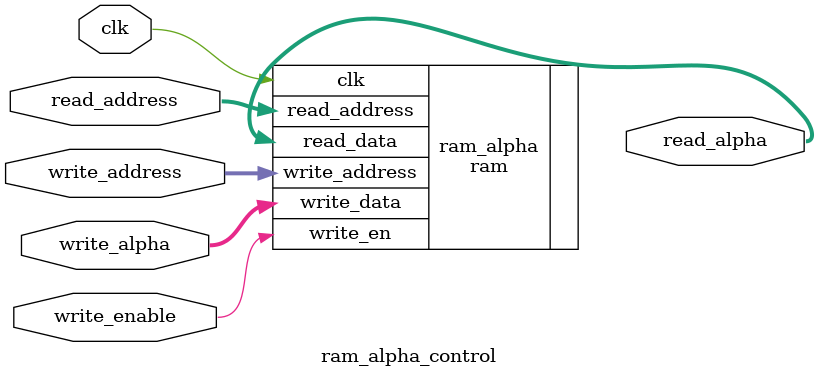
<source format=sv>
module ram_alpha_control #(parameter num_qubit = 3)(
input clk,
input [num_qubit-1:0] read_address, input [num_qubit-1:0] write_address, input write_enable, 
input [7:0] write_alpha, output [7:0] read_alpha	
);

//Memory instantiation
ram ram_alpha (.clk(clk), .write_en(write_enable), .write_address(write_address), .read_address(read_address), 
.write_data(write_alpha), .read_data(read_alpha));
defparam ram_alpha.addr_width = num_qubit; defparam ram_alpha.mem_width = 32'd8;
	
endmodule 

</source>
